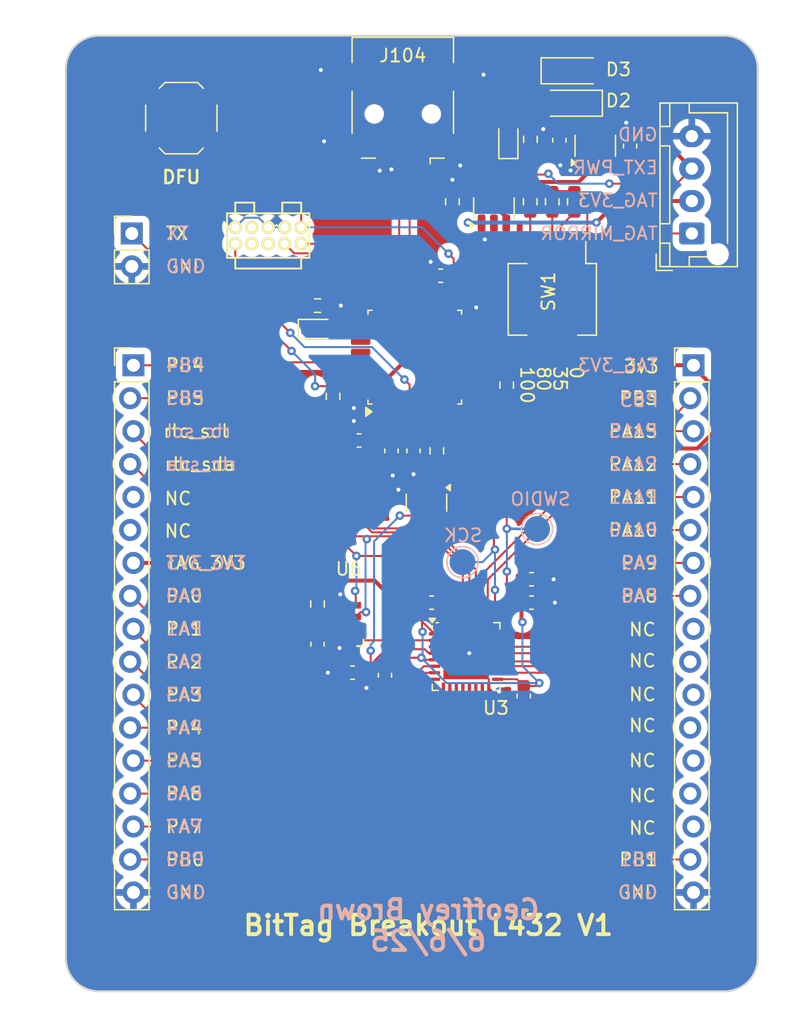
<source format=kicad_pcb>
(kicad_pcb (version 20240108) (generator "pcbnew") (generator_version "8.0")
  (layers (0 "F.Cu" signal) (31 "B.Cu" signal) (34 "B.Paste" user) (35 "F.Paste" user) (36 "B.SilkS" user "B.Silkscreen") (37 "F.SilkS" user "F.Silkscreen") (38 "B.Mask" user) (39 "F.Mask" user) (44 "Edge.Cuts" user))
  (net 0 "")
  (net 1 "+3V3")
  (net 2 "GND")
  (net 3 "TAG_3V3")
  (net 4 "TAG_SWDIO")
  (net 5 "TAG_RESET")
  (net 7 "Net-(D2-K)")
  (net 8 "/USB_DP")
  (net 9 "/USB_DM")
  (net 10 "Net-(D1-K)")
  (net 11 "/NRST")
  (net 12 "TAG_SCK")
  (net 13 "/SWDIO")
  (net 14 "/SCLK")
  (net 15 "EXT_PWR")
  (net 16 "VUSB")
  (net 17 "/stm32/NRST")
  (net 18 "/UART_TX")
  (net 19 "/stm32/PB3")
  (net 20 "/stm32/PB4")
  (net 21 "/stm32/PB5")
  (net 22 "/stm32/PB8")
  (net 23 "/stm32/PB9")
  (net 24 "/stm32/PA0")
  (net 25 "/stm32/PA1")
  (net 26 "/stm32/PA2")
  (net 27 "/stm32/PA3")
  (net 28 "/stm32/PA4")
  (net 29 "/stm32/PA5")
  (net 30 "/stm32/PA6")
  (net 31 "/stm32/PA7")
  (net 32 "/stm32/PB0")
  (net 33 "/stm32/PB1")
  (net 34 "/stm32/PB2")
  (net 35 "/stm32/PB10")
  (net 36 "/stm32/PB11")
  (net 37 "/stm32/PB12")
  (net 38 "/stm32/PB13")
  (net 39 "/stm32/PB14")
  (net 40 "/stm32/PB15")
  (net 41 "/stm32/PA8")
  (net 42 "/stm32/PA9")
  (net 43 "/stm32/PA10")
  (net 44 "/stm32/PA11")
  (net 45 "/stm32/PA12")
  (net 46 "/stm32/PA15")
  (net 47 "/stm32/clkout")
  (net 48 "/stm32/rtc_scl")
  (net 49 "/stm32/rtc_sda")
  (net 50 "Net-(D105-K)")
  (net 51 "/LED_GREEN")
  (net 53 "/boot0")
  (net 56 "PWR_IN_MIRROR")
  (net 57 "PWR_IN")
  (net 58 "Net-(R2-Pad2)")
  (net 59 "Net-(R2-Pad1)")
  (net 60 "Net-(R5-Pad1)")
  (net 61 "Net-(R6-Pad1)")
  (net 62 "/stm32/VBACK")
  (net 63 "Net-(U101-PA0)")
  (net 64 "Net-(U101-PA7)")
  (footprint "library:FTSH-105-01-F-D-K" (layer "F.Cu") (at 117.2 66.2 180)
    (property "Reference" "J102" (hide yes))
    (property "Value" "Conn_02x05_Odd_Even" (hide yes))
  )
  (footprint "library:SW_SPST_TS_1187" (layer "F.Cu") (at 110.5 57.15 180)
    (property "Reference" "U105" (hide yes))
    (property "Value" "Tactile Switch" (hide yes))
  )
  (footprint "Package_TO_SOT_SMD:SOT-23-3" (layer "F.Cu") (at 142.4153 59.28084 90)
    (property "Reference" "U1" (hide yes))
    (property "Value" "XC6206")
  )
  (footprint "Capacitor_SMD:C_0603_1608Metric" (layer "F.Cu") (at 139.64494 58.85498 -90)
    (property "Reference" "C1" (hide yes))
    (property "Value" "1uF" (hide yes))
  )
  (footprint "Capacitor_SMD:C_0603_1608Metric" (layer "F.Cu") (at 126.7 82.8 -90)
    (property "Reference" "C101" (hide yes))
    (property "Value" "0.1uF" (hide yes))
  )
  (footprint "Capacitor_SMD:C_0603_1608Metric" (layer "F.Cu") (at 145.1 59.3 90)
    (property "Reference" "C104" (hide yes))
    (property "Value" "1uF" (hide yes))
  )
  (footprint "Capacitor_SMD:C_0603_1608Metric" (layer "F.Cu") (at 128.4 82.8 -90)
    (property "Reference" "C107" (hide yes))
    (property "Value" "0.1uF")
  )
  (footprint "Resistor_SMD:R_0603_1608Metric" (layer "F.Cu") (at 131.4 63.6 90)
    (property "Reference" "R4" (hide yes))
    (property "Value" "2.2K")
  )
  (footprint "Resistor_SMD:R_0603_1608Metric" (layer "F.Cu") (at 130.2 82.8 90)
    (property "Reference" "R104" (hide yes))
    (property "Value" "2.2K")
  )
  (footprint "Resistor_SMD:R_0603_1608Metric" (layer "F.Cu") (at 122.2 78.6 90)
    (property "Reference" "R105" (hide yes))
    (property "Value" "10K")
  )
  (footprint "Resistor_SMD:R_0603_1608Metric" (layer "F.Cu") (at 135.5844 77.7319 -90)
    (property "Reference" "R106" (hide yes))
    (property "Value" "200")
  )
  (footprint "Resistor_SMD:R_0603_1608Metric" (layer "F.Cu") (at 137.4153 58.78084 90)
    (property "Reference" "R107" (hide yes))
    (property "Value" "620" (hide yes))
  )
  (footprint "Package_TO_SOT_SMD:SOT-23-6" (layer "F.Cu") (at 134.6 64.1 90)
    (property "Reference" "U4" (hide yes))
    (property "Value" "TS5A3159ADBVR")
  )
  (footprint "Capacitor_SMD:C_0603_1608Metric" (layer "F.Cu") (at 129.8 94.5)
    (property "Reference" "C3" (hide yes))
    (property "Value" "0.1uF")
  )
  (footprint "Capacitor_SMD:C_0603_1608Metric" (layer "F.Cu") (at 137.5 94.5)
    (property "Reference" "C4" (hide yes))
    (property "Value" "0.1uF")
  )
  (footprint "Capacitor_SMD:C_0603_1608Metric" (layer "F.Cu") (at 123.7 99.9 180)
    (property "Reference" "C5" (hide yes))
    (property "Value" "0.1uF")
  )
  (footprint "Capacitor_SMD:C_0603_1608Metric" (layer "F.Cu") (at 136.9 101.7 -90)
    (property "Reference" "C6" (hide yes))
    (property "Value" "0.1uF")
  )
  (footprint "Capacitor_SMD:C_0603_1608Metric" (layer "F.Cu") (at 121 97.7 -90)
    (property "Reference" "C7" (hide yes))
    (property "Value" "0.1uF")
  )
  (footprint "Capacitor_SMD:C_0603_1608Metric" (layer "F.Cu") (at 126.2 100.1 -90)
    (property "Reference" "C9" (hide yes))
    (property "Value" "0.1uF")
  )
  (footprint "Connector_PinHeader_2.54mm:PinHeader_1x02_P2.54mm_Vertical" (layer "F.Cu") (at 106.68 66.04)
    (property "Reference" "J2" (hide yes))
    (property "Value" "Conn_01x02_Male")
  )
  (footprint "library:PinHeader_1x17_P2.54mm_Vertical_Staggered" (layer "F.Cu") (at 106.68 76.2)
    (property "Reference" "J3" (hide yes))
    (property "Value" "Conn_01x17")
  )
  (footprint "Package_TO_SOT_SMD:SOT-23" (layer "F.Cu") (at 129.4003 86.7918 -90)
    (property "Reference" "Q1" (hide yes))
    (property "Value" "Q_NPN_BEC")
  )
  (footprint "library:RV-8803-C7" (layer "F.Cu") (at 123.35 96.05 180)
    (property "Reference" "U6")
    (property "Value" "RV-3028-C7")
  )
  (footprint "library:PinHeader_1x17_P2.54mm_Vertical_Staggered" (layer "F.Cu") (at 149.86 76.2)
    (property "Reference" "J4" (hide yes))
    (property "Value" "Conn_01x17")
  )
  (footprint "LED_SMD:LED_0603_1608Metric" (layer "F.Cu") (at 121 73.4)
    (property "Reference" "D1" (hide yes))
    (property "Value" "LED-GREEN")
  )
  (footprint "Resistor_SMD:R_0603_1608Metric" (layer "F.Cu") (at 121 71.6)
    (property "Reference" "R1" (hide yes))
    (property "Value" "620")
  )
  (footprint "Capacitor_SMD:C_0603_1608Metric" (layer "F.Cu") (at 137.5 92.7)
    (property "Reference" "C10" (hide yes))
    (property "Value" "4.7uF")
  )
  (footprint "Connector_JST:JST_XH_B04B-XH-AM_1x04_P2.50mm_Vertical" (layer "F.Cu") (at 149.86 66.04 90)
    (property "Reference" "J1" (hide yes))
    (property "Value" "Conn_01x04_Female" (hide yes))
  )
  (footprint "LED_SMD:LED_0603_1608Metric" (layer "F.Cu") (at 135.7153 58.78084 90)
    (property "Reference" "D105" (hide yes))
    (property "Value" "LED-RED" (hide yes))
  )
  (footprint "Capacitor_SMD:C_0603_1608Metric" (layer "F.Cu") (at 124.2 82 180)
    (property "Reference" "C11" (hide yes))
    (property "Value" "0.1uF")
  )
  (footprint "Package_QFP:LQFP-32_7x7mm_P0.8mm" (layer "F.Cu") (at 128.5 75.575 90)
    (property "Reference" "U101" (hide yes))
    (property "Value" "STM32F042K6Tx")
  )
  (footprint "Capacitor_SMD:C_0603_1608Metric" (layer "F.Cu") (at 130.5 69.3 180)
    (property "Reference" "C2" (hide yes))
    (property "Value" "0.1uF")
  )
  (footprint "Diode_SMD:D_SOD-123" (layer "F.Cu") (at 140.6 53.5)
    (property "Reference" "D3")
    (property "Value" "D_Schottky")
  )
  (footprint "Diode_SMD:D_SOD-123" (layer "F.Cu") (at 140.6 56 180)
    (property "Reference" "D2")
    (property "Value" "D_Schottky")
  )
  (footprint "Resistor_SMD:R_0603_1608Metric" (layer "F.Cu") (at 140.8 63.6 90)
    (property "Reference" "R2" (hide yes))
    (property "Value" "35.7")
  )
  (footprint "Resistor_SMD:R_0603_1608Metric" (layer "F.Cu") (at 139.1 63.6 90)
    (property "Reference" "R5" (hide yes))
    (property "Value" "82")
  )
  (footprint "Button_Switch_SMD:SW_DIP_SPSTx04_Slide_KingTek_DSHP04TS_W7.62mm_P1.27mm" (layer "F.Cu") (at 139.1 71.12 -90)
    (property "Reference" "SW1")
    (property "Value" "SW_DIP_x04")
  )
  (footprint "Resistor_SMD:R_0603_1608Metric" (layer "F.Cu") (at 137.4 63.6 90)
    (property "Reference" "R6" (hide yes))
    (property "Value" "100")
  )
  (footprint "Resistor_SMD:R_0603_1608Metric" (layer "F.Cu") (at 121 94.6 -90)
    (property "Reference" "R3" (hide yes))
    (property "Value" "10K")
  )
  (footprint "Connector_USB:USB_Mini-B_Lumberg_2486_01_Horizontal" (layer "F.Cu") (at 127.575 56.825 180)
    (property "Reference" "J104")
    (property "Value" "USB_B_Mini")
  )
  (footprint "Package_DFN_QFN:UFQFPN-32-1EP_5x5mm_P0.5mm_EP3.5x3.5mm" (layer "F.Cu") (at 132.455 98.655)
    (property "Reference" "U3")
    (property "Value" "stm32l432")
  )
  (footprint "TestPoint:TestPoint_Pad_D2.0mm" (layer "B.Cu") (at 132.175 91.375 180)
    (property "Reference" "TP2" (hide yes))
    (property "Value" "SCK")
  )
  (footprint "TestPoint:TestPoint_Pad_D2.0mm" (layer "B.Cu") (at 137.925 88.825 180)
    (property "Reference" "TP1" (hide yes))
    (property "Value" "SWDIO")
  )
  (gr_line (start 137.925 88.825) (end 135.6 88.8) (stroke (width 0.2)) (layer "B.Cu") (net 4))
  (gr_line (start 152.4 124.46) (end 104.14 124.46) (stroke (width 0.15)) (layer "Edge.Cuts"))
  (gr_line (start 101.6 53.34) (end 101.6 121.92) (stroke (width 0.15)) (layer "Edge.Cuts"))
  (gr_line (start 152.4 50.8) (end 104.14 50.8) (stroke (width 0.15)) (layer "Edge.Cuts"))
  (gr_arc (start 152.4 50.8) (mid 154.196051 51.543949) (end 154.94 53.34) (stroke (width 0.15)) (layer "Edge.Cuts"))
  (gr_arc (start 101.6 53.34) (mid 102.343949 51.543949) (end 104.14 50.8) (stroke (width 0.15)) (layer "Edge.Cuts"))
  (gr_arc (start 154.94 121.92) (mid 154.196051 123.716051) (end 152.4 124.46) (stroke (width 0.15)) (layer "Edge.Cuts"))
  (gr_arc (start 104.14 124.46) (mid 102.343949 123.716051) (end 101.6 121.92) (stroke (width 0.15)) (layer "Edge.Cuts"))
  (gr_line (start 154.94 53.34) (end 154.94 121.92) (stroke (width 0.15)) (layer "Edge.Cuts"))
  (gr_text "Geoffrey Brown\n6/6/25" (at 129.54 119.38 0) (layer "B.SilkS") (effects (font (size 1.5 1.5) (thickness 0.3)) (justify mirror)))
  (gr_text "PA7" (at 109.22 111.76 0) (layer "B.SilkS") (effects (font (size 1 1)) (justify right mirror)))
  (gr_text "PA0" (at 109.22 93.98 0) (layer "B.SilkS") (effects (font (size 1 1)) (justify right mirror)))
  (gr_text "PA1" (at 109.22 96.52 0) (layer "B.SilkS") (effects (font (size 1 1)) (justify right mirror)))
  (gr_text "PA4" (at 109.22 104.14 0) (layer "B.SilkS") (effects (font (size 1 1)) (justify right mirror)))
  (gr_text "PA3" (at 109.22 101.6 0) (layer "B.SilkS") (effects (font (size 1 1)) (justify right mirror)))
  (gr_text "PB5" (at 109.22 78.74 0) (layer "B.SilkS") (effects (font (size 1 1)) (justify right mirror)))
  (gr_text "PB4" (at 109.22 76.2 0) (layer "B.SilkS") (effects (font (size 1 1)) (justify right mirror)))
  (gr_text "PB0" (at 109.22 114.3 0) (layer "B.SilkS") (effects (font (size 1 1)) (justify right mirror)))
  (gr_text "PA2" (at 109.22 99.06 0) (layer "B.SilkS") (effects (font (size 1 1)) (justify right mirror)))
  (gr_text "PA5" (at 109.22 106.68 0) (layer "B.SilkS") (effects (font (size 1 1)) (justify right mirror)))
  (gr_text "PB1" (at 147.32 114.3 0) (layer "B.SilkS") (effects (font (size 1 1)) (justify left mirror)))
  (gr_text "GND" (at 109.22 116.84 0) (layer "B.SilkS") (effects (font (size 1 1)) (justify right mirror)))
  (gr_text "PA6" (at 109.22 109.22 0) (layer "B.SilkS") (effects (font (size 1 1)) (justify right mirror)))
  (gr_text "PA8" (at 147.32 93.98 0) (layer "B.SilkS") (effects (font (size 1 1)) (justify left mirror)))
  (gr_text "PA9" (at 147.32 91.44 0) (layer "B.SilkS") (effects (font (size 1 1)) (justify left mirror)))
  (gr_text "PA11" (at 147.32 86.36 0) (layer "B.SilkS") (effects (font (size 1 1)) (justify left mirror)))
  (gr_text "PA10" (at 147.32 88.9 0) (layer "B.SilkS") (effects (font (size 1 1)) (justify left mirror)))
  (gr_text "PA15" (at 147.32 81.28 0) (layer "B.SilkS") (effects (font (size 1 1)) (justify left mirror)))
  (gr_text "GND" (at 147.32 116.84 0) (layer "B.SilkS") (effects (font (size 1 1)) (justify left mirror)))
  (gr_text "TAG_3V3" (at 115.57 91.44 0) (layer "B.SilkS") (effects (font (size 1 1)) (justify left mirror)))
  (gr_text "TAG_3V3" (at 147.32 76.2 0) (layer "B.SilkS") (effects (font (size 1 1)) (justify left mirror)))
  (gr_text "PA12" (at 147.32 83.82 0) (layer "B.SilkS") (effects (font (size 1 1)) (justify left mirror)))
  (gr_text "TX" (at 111.165714 66.04 0) (layer "B.SilkS") (effects (font (size 1 1)) (justify left mirror)))
  (gr_text "GND" (at 109.22 68.58 0) (layer "B.SilkS") (effects (font (size 1 1)) (justify right mirror)))
  (gr_text "rtc_scl" (at 109.22 81.28 0) (layer "B.SilkS") (effects (font (size 1 1)) (justify right mirror)))
  (gr_text "TAG_MIRROR" (at 147.32 66.04 0) (layer "B.SilkS") (effects (font (size 1 1)) (justify left mirror)))
  (gr_text "PB3" (at 144.23644 78.89748 0) (layer "B.SilkS") (effects (font (size 1 1)) (justify right mirror)))
  (gr_text "rtc_sda" (at 109.22 83.82 0) (layer "B.SilkS") (effects (font (size 1 1)) (justify right mirror)))
  (gr_text "GND" (at 147.32 58.42 0) (layer "B.SilkS") (effects (font (size 1 1)) (justify left mirror)))
  (gr_text "SWDIO" (at 140.6 87.1 0) (layer "B.SilkS") (effects (font (size 1 1)) (justify left bottom mirror)))
  (gr_text "TAG_3V3" (at 147.32 63.5 0) (layer "B.SilkS") (effects (font (size 1 1)) (justify left mirror)))
  (gr_text "EXT_PWR" (at 147.32 60.96 0) (layer "B.SilkS") (effects (font (size 1 1)) (justify left mirror)))
  (gr_text "SCK" (at 133.8 89.9 0) (layer "B.SilkS") (effects (font (size 1 1)) (justify left bottom mirror)))
  (gr_text "DFU" (at 110.5 61.7 0) (layer "F.SilkS") (effects (font (size 1 1) (thickness 0.2))))
  (gr_text "PB1" (at 147.32 114.3 0) (layer "F.SilkS") (effects (font (size 1 1)) (justify right)))
  (gr_text "TAG_3V3" (at 115.57 91.44 0) (layer "F.SilkS") (effects (font (size 1 1)) (justify right)))
  (gr_text "GND" (at 147.32 116.84 0) (layer "F.SilkS") (effects (font (size 1 1)) (justify right)))
  (gr_text "GND" (at 109.22 116.84 0) (layer "F.SilkS") (effects (font (size 1 1)) (justify left)))
  (gr_text "rtc_scl" (at 109.02 81.28 0) (layer "F.SilkS") (effects (font (size 1 1)) (justify left)))
  (gr_text "NC" (at 109.12 88.98 -0) (layer "F.SilkS") (effects (font (size 1 1)) (justify left)))
  (gr_text "PA8" (at 147.32 93.98 0) (layer "F.SilkS") (effects (font (size 1 1)) (justify right)))
  (gr_text "PA12" (at 147.32 83.82 0) (layer "F.SilkS") (effects (font (size 1 1)) (justify right)))
  (gr_text "TX" (at 109.22 66.04 0) (layer "F.SilkS") (effects (font (size 1 1)) (justify left)))
  (gr_text "35" (at 139.7 76.2 270) (layer "F.SilkS") (effects (font (size 1 1)) (justify left)))
  (gr_text "NC" (at 144.92 101.58 -0) (layer "F.SilkS") (effects (font (size 1 1)) (justify left)))
  (gr_text "NC" (at 109.12 86.48 -0) (layer "F.SilkS") (effects (font (size 1 1)) (justify left)))
  (gr_text "PA7" (at 109.22 111.76 0) (layer "F.SilkS") (effects (font (size 1 1)) (justify left)))
  (gr_text "rtc_sda" (at 109.12 83.82 0) (layer "F.SilkS") (effects (font (size 1 1)) (justify left)))
  (gr_text "PB4" (at 109.22 76.2 0) (layer "F.SilkS") (effects (font (size 1 1)) (justify left)))
  (gr_text "PA9" (at 147.32 91.44 0) (layer "F.SilkS") (effects (font (size 1 1)) (justify right)))
  (gr_text "0" (at 140.97 76.2 270) (layer "F.SilkS") (effects (font (size 1 1)) (justify left)))
  (gr_text "PB3" (at 147.32 78.74 0) (layer "F.SilkS") (effects (font (size 1 1)) (justify right)))
  (gr_text "NC" (at 144.92 111.88 -0) (layer "F.SilkS") (effects (font (size 1 1)) (justify left)))
  (gr_text "PA3" (at 109.22 101.6 0) (layer "F.SilkS") (effects (font (size 1 1)) (justify left)))
  (gr_text "PA15" (at 147.32 81.28 0) (layer "F.SilkS") (effects (font (size 1 1)) (justify right)))
  (gr_text "PA5" (at 109.22 106.68 0) (layer "F.SilkS") (effects (font (size 1 1)) (justify left)))
  (gr_text "NC" (at 144.92 96.58 -0) (layer "F.SilkS") (effects (font (size 1 1)) (justify left)))
  (gr_text "PA11" (at 147.32 86.36 0) (layer "F.SilkS") (effects (font (size 1 1)) (justify right)))
  (gr_text "PA4" (at 109.22 104.14 0) (layer "F.SilkS") (effects (font (size 1 1)) (justify left)))
  (gr_text "PA10" (at 147.32 88.9 0) (layer "F.SilkS") (effects (font (size 1 1)) (justify right)))
  (gr_text "3v3" (at 147.4 76.3 0) (layer "F.SilkS") (effects (font (size 1 1)) (justify right)))
  (gr_text "PA1" (at 109.22 96.52 0) (layer "F.SilkS") (effects (font (size 1 1)) (justify left)))
  (gr_text "BitTag Breakout L432 V1" (at 129.54 119.38 0) (layer "F.SilkS") (effects (font (size 1.5 1.5) (thickness 0.3))))
  (gr_text "NC" (at 144.92 106.68 -0) (layer "F.SilkS") (effects (font (size 1 1)) (justify left)))
  (gr_text "PB0" (at 109.22 114.3 0) (layer "F.SilkS") (effects (font (size 1 1)) (justify left)))
  (gr_text "PA6" (at 109.22 109.22 0) (layer "F.SilkS") (effects (font (size 1 1)) (justify left)))
  (gr_text "PB5" (at 109.22 78.74 0) (layer "F.SilkS") (effects (font (size 1 1)) (justify left)))
  (gr_text "100" (at 137.16 76.2 270) (layer "F.SilkS") (effects (font (size 1 1)) (justify left)))
  (gr_text "NC" (at 144.92 109.38 -0) (layer "F.SilkS") (effects (font (size 1 1)) (justify left)))
  (gr_text "NC" (at 144.92 98.98 -0) (layer "F.SilkS") (effects (font (size 1 1)) (justify left)))
  (gr_text "PA0" (at 109.22 93.98 0) (layer "F.SilkS") (effects (font (size 1 1)) (justify left)))
  (gr_text "NC" (at 144.92 103.98 -0) (layer "F.SilkS") (effects (font (size 1 1)) (justify left)))
  (gr_text "80" (at 138.43 76.2 270) (layer "F.SilkS") (effects (font (size 1 1)) (justify left)))
  (gr_text "PA2" (at 109.22 99.06 0) (layer "F.SilkS") (effects (font (size 1 1)) (justify left)))
  (gr_text "GND" (at 109.22 68.58 0) (layer "F.SilkS") (effects (font (size 1 1)) (justify left)))
  (segment (start 131.1 67.6) (end 131.5 68) (width 0.1524) (layer "F.Cu") (net 1))
  (segment (start 135.55 65.2) (end 135.55 66.0348) (width 0.3048) (layer "F.Cu") (net 1))
  (segment (start 125.7 79.75) (end 125.7 81.275) (width 0.1524) (layer "F.Cu") (net 1))
  (segment (start 143.6 60.0875) (end 143.1125 60.0875) (width 0.3048) (layer "F.Cu") (net 1))
  (segment (start 131.325 71.375) (end 131.3 71.4) (width 0.3048) (layer "F.Cu") (net 1))
  (segment (start 132.2848 69.3) (end 131.275 69.3) (width 0.3048) (layer "F.Cu") (net 1))
  (segment (start 135.55 64.7848) (end 135.55 65.2) (width 0.3048) (layer "F.Cu") (net 1))
  (segment (start 143.6 60.0875) (end 143.27196 60.0875) (width 0.3048) (layer "F.Cu") (net 1))
  (segment (start 134.6 63.8348) (end 135.55 64.7848) (width 0.3048) (layer "F.Cu") (net 1))
  (segment (start 131.3 71.4) (end 131.3 72.3) (width 0.3048) (layer "F.Cu") (net 1))
  (segment (start 128.9 74.7) (end 131.3 72.3) (width 0.3048) (layer "F.Cu") (net 1))
  (segment (start 145.1 60.0875) (end 143.6 60.0875) (width 0.3048) (layer "F.Cu") (net 1))
  (segment (start 125.7 77.9) (end 125.7 79.75) (width 0.3048) (layer "F.Cu") (net 1))
  (segment (start 134.6 63) (end 134.6 63.8348) (width 0.3048) (layer "F.Cu") (net 1))
  (segment (start 141.1298 62.0702) (end 135.967542 62.0702) (width 0.3048) (layer "F.Cu") (net 1))
  (segment (start 128.9 79.75) (end 128.9 74.7) (width 0.3048) (layer "F.Cu") (net 1))
  (segment (start 131.5 69.8) (end 131.3 70) (width 0.3048) (layer "F.Cu") (net 1))
  (segment (start 125.7 81.275) (end 124.975 82) (width 0.1524) (layer "F.Cu") (net 1))
  (segment (start 135.797342 61.9) (end 135.000001 61.9) (width 0.3048) (layer "F.Cu") (net 1))
  (segment (start 135.000001 61.9) (end 134.6 62.300001) (width 0.3048) (layer "F.Cu") (net 1))
  (segment (start 131.325 69.3) (end 131.325 71.375) (width 0.3048) (layer "F.Cu") (net 1))
  (segment (start 119.74 65.565) (end 119.74 61.515) (width 0.1524) (layer "F.Cu") (net 1))
  (segment (start 131.3 70) (end 131.3 71.4) (width 0.3048) (layer "F.Cu") (net 1))
  (segment (start 134.6 62.300001) (end 134.6 62.9625) (width 0.3048) (layer "F.Cu") (net 1))
  (segment (start 107.5 55.275) (end 113.5 55.275) (width 0.1524) (layer "F.Cu") (net 1))
  (segment (start 143.1125 60.0875) (end 141.1298 62.0702) (width 0.3048) (layer "F.Cu") (net 1))
  (segment (start 131.3 72.3) (end 125.7 77.9) (width 0.3048) (layer "F.Cu") (net 1))
  (segment (start 135.55 66.0348) (end 132.2848 69.3) (width 0.3048) (layer "F.Cu") (net 1))
  (segment (start 128.9 81.5125) (end 128.4 82.0125) (width 0.1524) (layer "F.Cu") (net 1))
  (segment (start 119.74 61.515) (end 113.5 55.275) (width 0.1524) (layer "F.Cu") (net 1))
  (segment (start 135.967542 62.0702) (end 135.797342 61.9) (width 0.3048) (layer "F.Cu") (net 1))
  (segment (start 128.9 79.75) (end 128.9 81.5125) (width 0.1524) (layer "F.Cu") (net 1))
  (segment (start 131.5 68) (end 131.5 68.6) (width 0.1524) (layer "F.Cu") (net 1))
  (segment (start 131.5 68.6) (end 131.5 69.8) (width 0.3048) (layer "F.Cu") (net 1))
  (segment (start 143.27196 60.0875) (end 143.2653 60.08084) (width 0.3048) (layer "F.Cu") (net 1))
  (via (at 131.1 67.6) (size 0.6604) (drill 0.3048) (layers "F.Cu" "B.Cu") (net 1))
  (segment (start 129.065 65.565) (end 131.1 67.6) (width 0.1524) (layer "B.Cu") (net 1))
  (segment (start 119.74 65.565) (end 129.065 65.565) (width 0.1524) (layer "B.Cu") (net 1))
  (segment (start 121 98.475) (end 122.225 98.475) (width 0.1524) (layer "F.Cu") (net 2))
  (segment (start 123.185 58.9356) (end 121.50596 58.9356) (width 0.1524) (layer "F.Cu") (net 2))
  (segment (start 137.4153 57.99334) (end 138.4028 57.99334) (width 0.1524) (layer "F.Cu") (net 2))
  (segment (start 134.6 66.1) (end 134.2 66.5) (width 0.1524) (layer "F.Cu") (net 2))
  (segment (start 123.185 53.4356) (end 121.25614 53.4356) (width 0.1524) (layer "F.Cu") (net 2))
  (segment (start 133.6 53.8) (end 133.8 53.8) (width 0.1524) (layer "F.Cu") (net 2))
  (segment (start 122.66619 93.775) (end 122.75 93.85881) (width 0.1524) (layer "F.Cu") (net 2))
  (segment (start 122.75 94.7) (end 122.75 93.85881) (width 0.1524) (layer "F.Cu") (net 2))
  (segment (start 131.205 96.2175) (end 131.205 97.405) (width 0.1524) (layer "F.Cu") (net 2))
  (segment (start 124.775 101.075) (end 126 101.075) (width 0.1524) (layer "F.Cu") (net 2))
  (segment (start 132.085 60.715) (end 132 60.8) (width 0.1524) (layer "F.Cu") (net 2))
  (segment (start 128.4503 84.6503) (end 128.4 84.6) (width 0.1524) (layer "F.Cu") (net 2))
  (segment (start 134.205 101.0925) (end 134.205 100.405) (width 0.1524) (layer "F.Cu") (net 2))
  (segment (start 126.835 60.965) (end 126.7 61.1) (width 0.1524) (layer "F.Cu") (net 2))
  (segment (start 132.675 72.303) (end 133.2357 71.7423) (width 0.1524) (layer "F.Cu") (net 2))
  (segment (start 122.2 79.3875) (end 123.6875 79.3875) (width 0.1524) (layer "F.Cu") (net 2))
  (segment (start 122.75 97.95) (end 122.7 98) (width 0.1524) (layer "F.Cu") (net 2))
  (segment (start 130.705 96.905) (end 132.455 98.655) (width 0.1524) (layer "F.Cu") (net 2))
  (segment (start 126.835 59.0356) (end 126.835 60.965) (width 0.1524) (layer "F.Cu") (net 2))
  (segment (start 145.1 57.8) (end 144.8 57.5) (width 0.3048) (layer "F.Cu") (net 2))
  (segment (start 131.205 97.405) (end 132.455 98.655) (width 0.1524) (layer "F.Cu") (net 2))
  (segment (start 134.205 101.0925) (end 134.4689 101.3564) (width 0.1524) (layer "F.Cu") (net 2))
  (segment (start 134.6 65.2) (end 134.6 66.1) (width 0.1524) (layer "F.Cu") (net 2))
  (segment (start 126 101.075) (end 126.2 100.875) (width 0.1524) (layer "F.Cu") (net 2))
  (segment (start 126.7 84.7) (end 126.8 84.7) (width 0.1524) (layer "F.Cu") (net 2))
  (segment (start 134.4689 101.3564) (end 135 101.3564) (width 0.1524) (layer "F.Cu") (net 2))
  (segment (start 128.4 83.5875) (end 128.4 84.6) (width 0.1524) (layer "F.Cu") (net 2))
  (segment (start 134.2 66.5) (end 133.9 66.5) (width 0.1524) (layer "F.Cu") (net 2))
  (segment (start 128.4503 85.7918) (end 127.238 85.7918) (width 0.1524) (layer "F.Cu") (net 2))
  (segment (start 134.205 100.405) (end 132.455 98.655) (width 0.1524) (layer "F.Cu") (net 2))
  (segment (start 123.425 80.875) (end 123.8 80.5) (width 0.1524) (layer "F.Cu") (net 2))
  (segment (start 121 93.775) (end 122.66619 93.775) (width 0.1524) (layer "F.Cu") (net 2))
  (segment (start 145.1 58.5125) (end 145.1 57.8) (width 0.3048) (layer "F.Cu") (net 2))
  (segment (start 123.6875 79.3875) (end 123.8 79.5) (width 0.1524) (layer "F.Cu") (net 2))
  (segment (start 122.925 99.9) (end 121.8 99.9) (width 0.1524) (layer "F.Cu") (net 2))
  (segment (start 141.3653 60.33084) (end 140.5153 61.18084) (width 0.3048) (layer "F.Cu") (net 2))
  (segment (start 123.285 59.0356) (end 123.185 58.9356) (width 0.1524) (layer "F.Cu") (net 2))
  (segment (start 130.705 94.63) (end 130.575 94.5) (width 0.1524) (layer "F.Cu") (net 2))
  (segment (start 129.725 69.3) (end 129.725 68.225) (width 0.1524) (layer "F.Cu") (net 2))
  (segment (start 131.205 95.13) (end 130.575 94.5) (width 0.1524) (layer "F.Cu") (net 2))
  (segment (start 131.4 62.8125) (end 131.4 61.9) (width 0.1524) (layer "F.Cu") (net 2))
  (segment (start 132.675 72.775) (end 132.675 72.303) (width 0.1524) (layer "F.Cu") (net 2))
  (segment (start 122.225 98.475) (end 122.7 98) (width 0.1524) (layer "F.Cu") (net 2))
  (segment (start 138.275 92.7) (end 139.2 92.7) (width 0.3048) (layer "F.Cu") (net 2))
  (segment (start 139.7153 59.66834) (end 139.7153 60.58084) (width 0.1524) (layer "F.Cu") (net 2))
  (segment (start 128.4503 85.7918) (end 128.4503 84.6503) (width 0.1524) (layer "F.Cu") (net 2))
  (segment (start 131.205 96.2175) (end 131.205 95.13) (width 0.1524) (layer "F.Cu") (net 2))
  (segment (start 124.325 78.975) (end 123.8 79.5) (width 0.1524) (layer "F.Cu") (net 2))
  (segment (start 130.705 96.2175) (end 130.705 96.905) (width 0.1524) (layer "F.Cu") (net 2))
  (segment (start 132.455 98.645) (end 132.7 98.4) (width 0.1524) (layer "F.Cu") (net 2))
  (segment (start 130.705 96.2175) (end 130.705 94.63) (width 0.1524) (layer "F.Cu") (net 2))
  (segment (start 132.085 58.9356) (end 132.085 60.715) (width 0.1524) (layer "F.Cu") (net 2))
  (segment (start 126.035 59.0356) (end 126.035 60.965) (width 0.1524) (layer "F.Cu") (net 2))
  (segment (start 126.035 60.965) (end 125.8 61.2) (width 0.1524) (layer "F.Cu") (net 2))
  (segment (start 126.835 59.0356) (end 126.035 59.0356) (width 0.1524) (layer "F.Cu") (net 2))
  (segment (start 139.7153 60.58084) (end 139.7153 60.78084) (width 0.1524) (layer "F.Cu") (net 2))
  (segment (start 132.085 53.4356) (end 133.2356 53.4356) (width 0.1524) (layer "F.Cu") (net 2))
  (segment (start 135.5875 102.475) (end 136.9 102.475) (width 0.1524) (layer "F.Cu") (net 2))
  (segment (start 141.3653 60.08084) (end 141.3653 60.33084) (width 0.3048) (layer "F.Cu") (net 2))
  (segment (start 138.275 94.5) (end 139.3 94.5) (width 0.3048) (layer "F.Cu") (net 2))
  (segment (start 132.455 98.655) (end 132.455 98.645) (width 0.1524) (layer "F.Cu") (net 2))
  (segment (start 123.425 82) (end 123.425 80.875) (width 0.1524) (layer "F.Cu") (net 2))
  (segment (start 122.75 97.4) (end 122.75 97.95) (width 0.1524) (layer "F.Cu") (net 2))
  (segment (start 133.2356 53.4356) (end 133.6 53.8) (width 0.1524) (layer "F.Cu") (net 2))
  (segment (start 126.7 83.5875) (end 126.7 84.7) (width 0.1524) (layer "F.Cu") (net 2))
  (segment (start 124.325 78.375) (end 124.325 78.975) (width 0.1524) (layer "F.Cu") (net 2))
  (segment (start 121.825 71.6) (end 122.8 71.6) (width 0.1524) (layer "F.Cu") (net 2))
  (segment (start 134.205 101.0925) (end 135.5875 102.475) (width 0.1524) (layer "F.Cu") (net 2))
  (via (at 121.8 99.9) (size 0.6604) (drill 0.3048) (layers "F.Cu" "B.Cu") (net 2))
  (via (at 139.7153 60.78084) (size 0.6604) (drill 0.3048) (layers "F.Cu" "B.Cu") (net 2))
  (via (at 122.7 98) (size 0.6604) (drill 0.3048) (layers "F.Cu" "B.Cu") (net 2))
  (via (at 126.8 84.7) (size 0.6604) (drill 0.3048) (layers "F.Cu" "B.Cu") (net 2))
  (via (at 133.8 53.8) (size 0.6604) (drill 0.3048) (layers "F.Cu" "B.Cu") (net 2))
  (via (at 125.8 61.2) (size 0.6604) (drill 0.3048) (layers "F.Cu" "B.Cu") (net 2))
  (via (at 139.3 94.5) (size 0.6604) (drill 0.3048) (layers "F.Cu" "B.Cu") (net 2))
  (via (at 126.7 61.1) (size 0.6604) (drill 0.3048) (layers "F.Cu" "B.Cu") (net 2))
  (via (at 122.8 71.6) (size 0.6604) (drill 0.3048) (layers "F.Cu" "B.Cu") (net 2))
  (via (at 131.4 61.9) (size 0.6604) (drill 0.3048) (layers "F.Cu" "B.Cu") (net 2))
  (via (at 122.75 93.85881) (size 0.6604) (drill 0.3048) (layers "F.Cu" "B.Cu") (net 2))
  (via (at 123.8 80.5) (size 0.6604) (drill 0.3048) (layers "F.Cu" "B.Cu") (net 2))
  (via (at 121.50596 58.9356) (size 0.6604) (drill 0.3048) (layers "F.Cu" "B.Cu") (net 2))
  (via (at 138.4028 57.99334) (size 0.6604) (drill 0.3048) (layers "F.Cu" "B.Cu") (net 2))
  (via (at 129.725 68.225) (size 0.6604) (drill 0.3048) (layers "F.Cu" "B.Cu") (net 2))
  (via (at 139.2 92.7) (size 0.6604) (drill 0.3048) (layers "F.Cu" "B.Cu") (net 2))
  (via (at 133.9 66.5) (size 0.6604) (drill 0.3048) (layers "F.Cu" "B.Cu") (net 2))
  (via (at 132.7 98.4) (size 0.6604) (drill 0.3048) (layers "F.Cu" "B.Cu") (net 2))
  (via (at 135 101.3564) (size 0.6604) (drill 0.3048) (layers "F.Cu" "B.Cu") (net 2))
  (via (at 132 60.8) (size 0.6604) (drill 0.3048) (layers "F.Cu" "B.Cu") (net 2))
  (via (at 123.8 79.5) (size 0.6604) (drill 0.3048) (layers "F.Cu" "B.Cu") (net 2))
  (via (at 127.238 85.7918) (size 0.6604) (drill 0.3048) (layers "F.Cu" "B.Cu") (net 2))
  (via (at 121.25614 53.4356) (size 0.6604) (drill 0.3048) (layers "F.Cu" "B.Cu") (net 2))
  (via (at 133.2357 71.7423) (size 0.6604) (drill 0.3048) (layers "F.Cu" "B.Cu") (net 2))
  (via (at 124.775 101.075) (size 0.6604) (drill 0.3048) (layers "F.Cu" "B.Cu") (net 2))
  (via (at 128.4 84.6) (size 0.6604) (drill 0.3048) (layers "F.Cu" "B.Cu") (net 2))
  (via (at 144.8 57.5) (size 0.6604) (drill 0.3048) (layers "F.Cu" "B.Cu") (net 2))
  (via (at 140.5153 61.18084) (size 0.6604) (drill 0.3048) (layers "F.Cu" "B.Cu") (net 2))
  (segment (start 115.396601 64.828399) (end 114.66 65.565) (width 0.1524) (layer "B.Cu") (net 2))
  (segment (start 117.2 65.565) (end 116.463399 64.828399) (width 0.1524) (layer "B.Cu") (net 2))
  (segment (start 116.463399 64.828399) (end 115.396601 64.828399) (width 0.1524) (layer "B.Cu") (net 2))
  (segment (start 117.2 65.565) (end 118.47 65.565) (width 0.1524) (layer "B.Cu") (net 2))
  (segment (start 122.75 96.5) (end 121.425 96.5) (width 0.1524) (layer "F.Cu") (net 3))
  (segment (start 151.5 77.84) (end 149.86 76.2) (width 0.3048) (layer "F.Cu") (net 3))
  (segment (start 129.05625 95.94375) (end 129.05625 96.70485) (width 0.1524) (layer "F.Cu") (net 3))
  (segment (start 137.875 100.925) (end 138.1 100.7) (width 0.1524) (layer "F.Cu") (net 3))
  (segment (start 115.8 92.8) (end 118.8 92.8) (width 0.3048) (layer "F.Cu") (net 3))
  (segment (start 125.4 92.8) (end 127.1 94.5) (width 0.3048) (layer "F.Cu") (net 3))
  (segment (start 129.1614 98.905) (end 129.005 98.7486) (width 0.1524) (layer "F.Cu") (net 3))
  (segment (start 143.51 74.93) (end 142.24 74.93) (width 0.3048) (layer "F.Cu") (net 3))
  (segment (start 136.730894 92.7) (end 137.815447 91.615447) (width 0.3048) (layer "F.Cu") (net 3))
  (segment (start 127.1 94.5) (end 129.025 94.5) (width 0.3048) (layer "F.Cu") (net 3))
  (segment (start 136.725 92.7) (end 136.730894 92.7) (width 0.3048) (layer "F.Cu") (net 3))
  (segment (start 146.815447 82.615447) (end 150.284687 82.615447) (width 0.3048) (layer "F.Cu") (net 3))
  (segment (start 151.5 81.400134) (end 151.5 77.84) (width 0.3048) (layer "F.Cu") (net 3))
  (segment (start 118.8 92.8) (end 118.8 94.725) (width 0.3048) (layer "F.Cu") (net 3))
  (segment (start 139.735 74.93) (end 141.005 74.93) (width 0.3048) (layer "F.Cu") (net 3))
  (segment (start 136.725 94.5) (end 136.725 92.705894) (width 0.3048) (layer "F.Cu") (net 3))
  (segment (start 126.7514 98.7486) (end 129.005 98.7486) (width 0.1524) (layer "F.Cu") (net 3))
  (segment (start 130.0175 98.905) (end 129.1614 98.905) (width 0.1524) (layer "F.Cu") (net 3))
  (segment (start 141.005 74.93) (end 142.24 74.93) (width 0.3048) (layer "F.Cu") (net 3))
  (segment (start 136.725 95.925) (end 136.8 96) (width 0.3048) (layer "F.Cu") (net 3))
  (segment (start 143.51 74.93) (end 144.78 76.2) (width 0.3048) (layer "F.Cu") (net 3))
  (segment (start 138.465 74.93) (end 139.735 74.93) (width 0.3048) (layer "F.Cu") (net 3))
  (segment (start 106.68 91.44) (end 114.44 91.44) (width 0.3048) (layer "F.Cu") (net 3))
  (segment (start 121.425 96.5) (end 121 96.925) (width 0.1524) (layer "F.Cu") (net 3))
  (segment (start 129 98.9) (end 129 98.7536) (width 0.1524) (layer "F.Cu") (net 3))
  (segment (start 129.025 94.5) (end 129.025 95.9125) (width 0.1524) (layer "F.Cu") (net 3))
  (segment (start 118.8 94.725) (end 121 96.925) (width 0.3048) (layer "F.Cu") (net 3))
  (segment (start 136.9 100.925) (end 137.875 100.925) (width 0.1524) (layer "F.Cu") (net 3))
  (segment (start 129.025 95.9125) (end 130.0175 96.905) (width 0.1524) (layer "F.Cu") (net 3))
  (segment (start 126.7764 98.7486) (end 126.2 99.325) (width 0.1524) (layer "F.Cu") (net 3))
  (segment (start 144.78 76.2) (end 149.987 76.2) (width 0.3048) (layer "F.Cu") (net 3))
  (segment (start 129 98.7536) (end 129.005 98.7486) (width 0.1524) (layer "F.Cu") (net 3))
  (segment (start 114.44 91.44) (end 115.8 92.8) (width 0.3048) (layer "F.Cu") (net 3))
  (segment (start 136.725 94.5) (end 136.6 94.5) (width 0.3048) (layer "F.Cu") (net 3))
  (segment (start 137.195 74.93) (end 138.465 74.93) (width 0.3048) (layer "F.Cu") (net 3))
  (segment (start 134.8925 100.405) (end 136.38 100.405) (width 0.1524) (layer "F.Cu") (net 3))
  (segment (start 129.025 95.9125) (end 129.05625 95.94375) (width 0.1524) (layer "F.Cu") (net 3))
  (segment (start 136.725 94.5) (end 136.725 95.925) (width 0.3048) (layer "F.Cu") (net 3))
  (segment (start 118.8 92.8) (end 125.4 92.8) (width 0.3048) (layer "F.Cu") (net 3))
  (segment (start 129.005 98.7486) (end 126.7764 98.7486) (width 0.1524) (layer "F.Cu") (net 3))
  (segment (start 137.815447 91.615447) (end 146.815447 82.615447) (width 0.3048) (layer "F.Cu") (net 3))
  (segment (start 136.725 92.705894) (end 137.815447 91.615447) (width 0.3048) (layer "F.Cu") (net 3))
  (segment (start 129.05625 96.70485) (end 129.1 96.7486) (width 0.1524) (layer "F.Cu") (net 3))
  (segment (start 136.38 100.405) (end 136.9 100.925) (width 0.1524) (layer "F.Cu") (net 3))
  (segment (start 150.284687 82.615447) (end 151.5 81.400134) (width 0.3048) (layer "F.Cu") (net 3))
  (via (at 129.005 98.7486) (size 0.6604) (drill 0.3048) (layers "F.Cu" "B.Cu") (net 3))
  (via (at 138.1 100.7) (size 0.6604) (drill 0.3048) (layers "F.Cu" "B.Cu") (net 3))
  (via (at 129.1 96.7486) (size 0.6604) (drill 0.3048) (layers "F.Cu" "B.Cu") (net 3))
  (via (at 136.8 96) (size 0.6604) (drill 0.3048) (layers "F.Cu" "B.Cu") (net 3))
  (segment (start 129.1 98.6536) (end 129.005 98.7486) (width 0.1524) (layer "B.Cu") (net 3))
  (segment (start 129.005 98.7486) (end 130.9564 100.7) (width 0.1524) (layer "B.Cu") (net 3))
  (segment (start 136.8 99.4) (end 136.8 96) (width 0.1524) (layer "B.Cu") (net 3))
  (segment (start 130.9564 100.7) (end 138.1 100.7) (width 0.1524) (layer "B.Cu") (net 3))
  (segment (start 129.1 96.7486) (end 129.1 98.6536) (width 0.1524) (layer "B.Cu") (net 3))
  (segment (start 138.1 100.7) (end 136.8 99.4) (width 0.1524) (layer "B.Cu") (net 3))
  (segment (start 135.329999 97.405) (end 135.6 97.134999) (width 0.1524) (layer "F.Cu") (net 4))
  (segment (start 135.5844 78.5569) (end 135.5844 88.7844) (width 0.1524) (layer "F.Cu") (net 4))
  (segment (start 135.5844 88.7844) (end 135.6 88.8) (width 0.1524) (layer "F.Cu") (net 4))
  (segment (start 135.6 97.134999) (end 135.6 92.1) (width 0.1524) (layer "F.Cu") (net 4))
  (segment (start 133.424999 75.975) (end 135.5844 78.134401) (width 0.1524) (layer "F.Cu") (net 4))
  (segment (start 132.675 75.975) (end 133.424999 75.975) (width 0.1524) (layer "F.Cu") (net 4))
  (segment (start 135.5844 78.134401) (end 135.5844 78.5569) (width 0.1524) (layer "F.Cu") (net 4))
  (segment (start 134.8925 97.405) (end 135.329999 97.405) (width 0.1524) (layer "F.Cu") (net 4))
  (via (at 135.6 92.1) (size 0.6604) (drill 0.3048) (layers "F.Cu" "B.Cu") (net 4))
  (via (at 135.6 88.8) (size 0.6604) (drill 0.3048) (layers "F.Cu" "B.Cu") (net 4))
  (segment (start 135.6 88.8) (end 135.6 92.1) (width 0.1524) (layer "B.Cu") (net 4))
  (segment (start 130.2 85.6415) (end 130.3503 85.7918) (width 0.1524) (layer "F.Cu") (net 5))
  (segment (start 130.2 83.5875) (end 130.2 85.6415) (width 0.1524) (layer "F.Cu") (net 5))
  (segment (start 142.25 58.01554) (end 142.3153 58.08084) (width 0.3048) (layer "F.Cu") (net 7))
  (segment (start 138.95 53.5) (end 139.75 53.5) (width 0.3048) (layer "F.Cu") (net 7))
  (segment (start 142.25 56) (end 142.25 58.01554) (width 0.3048) (layer "F.Cu") (net 7))
  (segment (start 139.75 53.5) (end 142.25 56) (width 0.3048) (layer "F.Cu") (net 7))
  (segment (start 142.3028 58.09334) (end 142.3153 58.08084) (width 0.3048) (layer "F.Cu") (net 7))
  (segment (start 139.7153 58.09334) (end 142.3028 58.09334) (width 0.3048) (layer "F.Cu") (net 7))
  (segment (start 127.635 59.0356) (end 127.635 60.338) (width 0.1524) (layer "F.Cu") (net 8))
  (segment (start 127.3 60.673) (end 127.3 71.4) (width 0.1524) (layer "F.Cu") (net 8))
  (segment (start 127.635 60.338) (end 127.3 60.673) (width 0.1524) (layer "F.Cu") (net 8))
  (segment (start 128.1 60.673) (end 128.1 71.4) (width 0.1524) (layer "F.Cu") (net 9))
  (segment (start 128.435 59.0356) (end 128.435 60.338) (width 0.1524) (layer "F.Cu") (net 9))
  (segment (start 128.435 60.338) (end 128.1 60.673) (width 0.1524) (layer "F.Cu") (net 9))
  (segment (start 120.175 71.6) (end 120.175 73.3625) (width 0.1524) (layer "F.Cu") (net 10))
  (segment (start 120.175 73.3625) (end 120.2125 73.4) (width 0.1524) (layer "F.Cu") (net 10))
  (segment (start 114.66 69.46) (end 118.9 73.7) (width 0.1524) (layer "F.Cu") (net 11))
  (segment (start 128.1 79.75) (end 128.1 80.5) (width 0.1524) (layer "F.Cu") (net 11))
  (segment (start 128.1 80.5) (end 126.7 81.9) (width 0.1524) (layer "F.Cu") (net 11))
  (segment (start 126.7 81.9) (end 126.7 82.0125) (width 0.1524) (layer "F.Cu") (net 11))
  (segment (start 114.66 66.835) (end 114.66 69.46) (width 0.1524) (layer "F.Cu") (net 11))
  (segment (start 128.1 79.75) (end 128.1 77.7) (width 0.1524) (layer "F.Cu") (net 11))
  (segment (start 128.1 77.7) (end 127.7 77.3) (width 0.1524) (layer "F.Cu") (net 11))
  (via (at 127.7 77.3) (size 0.6604) (drill 0.3048) (layers "F.Cu" "B.Cu") (net 11))
  (via (at 118.9 73.7) (size 0.6604) (drill 0.3048) (layers "F.Cu" "B.Cu") (net 11))
  (segment (start 118.9 73.7) (end 120 74.8) (width 0.1524) (layer "B.Cu") (net 11))
  (segment (start 125.2 74.8) (end 122.6 74.8) (width 0.1524) (layer "B.Cu") (net 11))
  (segment (start 120 74.8) (end 122.6 74.8) (width 0.1524) (layer "B.Cu") (net 11))
  (segment (start 127.7 77.3) (end 125.2 74.8) (width 0.1524) (layer "B.Cu") (net 11))
  (segment (start 134.6835 93.5228) (end 134.6835 96.696) (width 0.1524) (layer "F.Cu") (net 12))
  (segment (start 132.675 76.775) (end 133.424999 76.775) (width 0.1524) (layer "F.Cu") (net 12))
  (segment (start 134.6 90.3278) (end 134.6835 90.4113) (width 0.1524) (layer "F.Cu") (net 12))
  (segment (start 133.424999 76.775) (end 134.6 77.950001) (width 0.1524) (layer "F.Cu") (net 12))
  (segment (start 134.6 77.950001) (end 134.6 90.3278) (width 0.1524) (layer "F.Cu") (net 12))
  (segment (start 134.6835 96.696) (end 134.8925 96.905) (width 0.1524) (layer "F.Cu") (net 12))
  (via (at 134.6835 93.5228) (size 0.6604) (drill 0.3048) (layers "F.Cu" "B.Cu") (net 12))
  (via (at 134.6835 90.4113) (size 0.6604) (drill 0.3048) (layers "F.Cu" "B.Cu") (net 12))
  (segment (start 132.175 91.375) (end 133.7198 91.375) (width 0.1524) (layer "B.Cu") (net 12))
  (segment (start 133.7198 91.375) (end 134.6835 90.4113) (width 0.1524) (layer "B.Cu") (net 12))
  (segment (start 134.6835 90.4113) (end 134.6835 93.5228) (width 0.1524) (layer "B.Cu") (net 12))
  (segment (start 126.5 70.65) (end 126.5 71.4) (width 0.1524) (layer "F.Cu") (net 13))
  (segment (start 119.74 66.835) (end 122.685 66.835) (width 0.1524) (layer "F.Cu") (net 13))
  (segment (start 122.685 66.835) (end 126.5 70.65) (width 0.1524) (layer "F.Cu") (net 13))
  (segment (start 118.47 66.835) (end 119.206601 67.571601) (width 0.1524) (layer "F.Cu") (net 14))
  (segment (start 119.206601 67.571601) (end 121.871601 67.571601) (width 0.1524) (layer "F.Cu") (net 14))
  (segment (start 121.871601 67.571601) (end 125.7 71.4) (width 0.1524) (layer "F.Cu") (net 14))
  (segment (start 132.7875 63) (end 131.4 64.3875) (width 0.3048) (layer "F.Cu") (net 15))
  (segment (start 133.65 62.3176) (end 134.4676 61.5) (width 0.1524) (layer "F.Cu") (net 15))
  (segment (start 133.65 63) (end 133.65 62.3176) (width 0.1524) (layer "F.Cu") (net 15))
  (segment (start 133.65 63) (end 132.7875 63) (width 0.3048) (layer "F.Cu") (net 15))
  (segment (start 143.5 62.2) (end 148.7 62.2) (width 0.1524) (layer "F.Cu") (net 15))
  (segment (start 142.25 53.5) (end 142.32 53.5) (width 0.3048) (layer "F.Cu") (net 15))
  (segment (start 148.7 62.2) (end 149.86 61.04) (width 0.1524) (layer "F.Cu") (net 15))
  (segment (start 138.73518 61.5) (end 138.8 61.43518) (width 0.1524) (layer "F.Cu") (net 15))
  (segment (start 142.32 53.5) (end 149.86 61.04) (width 0.3048) (layer "F.Cu") (net 15))
  (segment (start 134.4676 61.5) (end 138.73518 61.5) (width 0.1524) (layer "F.Cu") (net 15))
  (via (at 143.5 62.2) (size 0.6604) (drill 0.3048) (layers "F.Cu" "B.Cu") (net 15))
  (via (at 138.8 61.43518) (size 0.6604) (drill 0.3048) (layers "F.Cu" "B.Cu") (net 15))
  (segment (start 139.56482 62.2) (end 143.5 62.2) (width 0.1524) (layer "B.Cu") (net 15))
  (segment (start 138.8 61.43518) (end 139.56482 62.2) (width 0.1524) (layer "B.Cu") (net 15))
  (segment (start 131.5 57.5) (end 131 57.5) (width 0.3048) (layer "F.Cu") (net 16))
  (segment (start 135.7153 57.99334) (end 135.7153 55.5847) (width 0.1524) (layer "F.Cu") (net 16))
  (segment (start 133.5 55.56748) (end 133.43252 55.56748) (width 0.3048) (layer "F.Cu") (net 16))
  (segment (start 135.73252 55.56748) (end 138.51748 55.56748) (width 0.3048) (layer "F.Cu") (net 16))
  (segment (start 133.43252 55.56748) (end 131.5 57.5) (width 0.3048) (layer "F.Cu") (net 16))
  (segment (start 138.51748 55.56748) (end 138.95 56) (width 0.3048) (layer "F.Cu") (net 16))
  (segment (start 129.175 59.325) (end 129.175 59.525) (width 0.3048) (layer "F.Cu") (net 16))
  (segment (start 131 57.5) (end 129.175 59.325) (width 0.3048) (layer "F.Cu") (net 16))
  (segment (start 135.73252 55.56748) (end 133.5 55.56748) (width 0.3048) (layer "F.Cu") (net 16))
  (segment (start 135.7153 55.5847) (end 135.73252 55.56748) (width 0.1524) (layer "F.Cu") (net 16))
  (segment (start 129.4003 87.7918) (end 127.3462 87.7918) (width 0.1524) (layer "F.Cu") (net 17))
  (segment (start 129.267201 98.0922) (end 126.2828 98.0922) (width 0.1524) (layer "F.Cu") (net 17))
  (segment (start 130.0175 98.405) (end 129.580001 98.405) (width 0.1524) (layer "F.Cu") (net 17))
  (segment (start 125.1 99.275) (end 124.475 99.9) (width 0.1524) (layer "F.Cu") (net 17))
  (segment (start 129.580001 98.405) (end 129.267201 98.0922) (width 0.1524) (layer "F.Cu") (net 17))
  (segment (start 125.1 98.2) (end 125.1 99.275) (width 0.1524) (layer "F.Cu") (net 17))
  (segment (start 126.2828 98.0922) (end 125.1 99.275) (width 0.1524) (layer "F.Cu") (net 17))
  (via (at 127.3462 87.7918) (size 0.6604) (drill 0.3048) (layers "F.Cu" "B.Cu") (net 17))
  (via (at 125.1 98.2) (size 0.6604) (drill 0.3048) (layers "F.Cu" "B.Cu") (net 17))
  (segment (start 125.358802 97.474225) (end 125.1 97.733027) (width 0.1524) (layer "B.Cu") (net 17))
  (segment (start 125.1 97.733027) (end 125.1 98.2) (width 0.1524) (layer "B.Cu") (net 17))
  (segment (start 125.358802 89.779198) (end 125.358802 97.474225) (width 0.1524) (layer "B.Cu") (net 17))
  (segment (start 127.3462 87.7918) (end 125.358802 89.779198) (width 0.1524) (layer "B.Cu") (net 17))
  (segment (start 124.325 75.975) (end 116.615 75.975) (width 0.1524) (layer "F.Cu") (net 18))
  (segment (start 116.615 75.975) (end 106.68 66.04) (width 0.1524) (layer "F.Cu") (net 18))
  (segment (start 133.7 94.9875) (end 133.7 92.3) (width 0.1524) (layer "F.Cu") (net 19))
  (segment (start 147.9 80.7) (end 149.86 78.74) (width 0.1524) (layer "F.Cu") (net 19))
  (segment (start 133.7 94.9875) (end 133.705 94.9925) (width 0.1524) (layer "F.Cu") (net 19))
  (segment (start 133.7 92.3) (end 145.3 80.7) (width 0.1524) (layer "F.Cu") (net 19))
  (segment (start 133.705 94.9925) (end 133.705 96.2175) (width 0.1524) (layer "F.Cu") (net 19))
  (segment (start 145.3 80.7) (end 147.9 80.7) (width 0.1524) (layer "F.Cu") (net 19))
  (segment (start 133.205 91.949666) (end 133.205 96.2175) (width 0.1524) (layer "F.Cu") (net 20))
  (segment (start 125.335292 88.77595) (end 130.031284 88.77595) (width 0.1524) (layer "F.Cu") (net 20))
  (segment (start 130.031284 88.77595) (end 133.205 91.949666) (width 0.1524) (layer "F.Cu") (net 20))
  (segment (start 112.759342 76.2) (end 125.335292 88.77595) (width 0.1524) (layer "F.Cu") (net 20))
  (segment (start 106.68 76.2) (end 112.759342 76.2) (width 0.1524) (layer "F.Cu") (net 20))
  (segment (start 132.705 91.880733) (end 132.705 96.2175) (width 0.1524) (layer "F.Cu") (net 21))
  (segment (start 106.68 78.74) (end 114.86829 78.74) (width 0.1524) (layer "F.Cu") (net 21))
  (segment (start 129.905026 89.080759) (end 132.705 91.880733) (width 0.1524) (layer "F.Cu") (net 21))
  (segment (start 125.209049 89.080759) (end 129.905026 89.080759) (width 0.1524) (layer "F.Cu") (net 21))
  (segment (start 114.86829 78.74) (end 125.209049 89.080759) (width 0.1524) (layer "F.Cu") (net 21))
  (segment (start 126.19639 102.20361) (end 113.79639 102.20361) (width 0.1524) (layer "F.Cu") (net 24))
  (segment (start 109.1 97.50722) (end 109.1 96.4) (width 0.1524) (layer "F.Cu") (net 24))
  (segment (start 126.4 102.2) (end 126.2 102.2) (width 0.1524) (layer "F.Cu") (net 24))
  (segment (start 109.1 96.4) (end 106.68 93.98) (width 0.1524) (layer "F.Cu") (net 24))
  (segment (start 113.79639 102.20361) (end 109.1 97.50722) (width 0.1524) (layer "F.Cu") (net 24))
  (segment (start 126.2 102.2) (end 126.19639 102.20361) (width 0.1524) (layer "F.Cu") (net 24))
  (segment (start 129.195 99.405) (end 126.4 102.2) (width 0.1524) (layer "F.Cu") (net 24))
  (segment (start 130.0175 99.405) (end 129.195 99.405) (width 0.1524) (layer "F.Cu") (net 24))
  (segment (start 126.231052 102.8) (end 129.126052 99.905) (width 0.1524) (layer "F.Cu") (net 25))
  (segment (start 106.68 96.52) (end 112.96 102.8) (width 0.1524) (layer "F.Cu") (net 25))
  (segment (start 129.126052 99.905) (end 130.0175 99.905) (width 0.1524) (layer "F.Cu") (net 25))
  (segment (start 112.96 102.8) (end 126.231052 102.8) (width 0.1524) (layer "F.Cu") (net 25))
  (segment (start 126.582691 103.104809) (end 110.724809 103.104809) (width 0.1524) (layer "F.Cu") (net 26))
  (segment (start 129.2825 100.405) (end 126.582691 103.104809) (width 0.1524) (layer "F.Cu") (net 26))
  (segment (start 110.724809 103.104809) (end 106.68 99.06) (width 0.1524) (layer "F.Cu") (net 26))
  (segment (start 130.0175 100.405) (end 129.2825 100.405) (width 0.1524) (layer "F.Cu") (net 26))
  (segment (start 130.705 101.0925) (end 130.705 101.8075) (width 0.1524) (layer "F.Cu") (net 27))
  (segment (start 130.705 101.8075) (end 129.05 103.4625) (width 0.1524) (layer "F.Cu") (net 27))
  (segment (start 129.05 103.4625) (end 108.5425 103.4625) (width 0.1524) (layer "F.Cu") (net 27))
  (segment (start 108.5425 103.4625) (end 106.68 101.6) (width 0.1524) (layer "F.Cu") (net 27))
  (segment (start 127.87937 105.8) (end 109.8 105.8) (width 0.1524) (layer "F.Cu") (net 28))
  (segment (start 131.205 101.0925) (end 131.205 102.47437) (width 0.1524) (layer "F.Cu") (net 28))
  (segment (start 109.8 105.8) (end 108.14 104.14) (width 0.1524) (layer "F.Cu") (net 28))
  (segment (start 131.205 102.47437) (end 127.87937 105.8) (width 0.1524) (layer "F.Cu") (net 28))
  (segment (start 108.14 104.14) (end 106.68 104.14) (width 0.1524) (layer "F.Cu") (net 28))
  (segment (start 127.430422 106.68) (end 131.705 102.405422) (width 0.1524) (layer "F.Cu") (net 29))
  (segment (start 131.705 102.405422) (end 131.705 101.0925) (width 0.1524) (layer "F.Cu") (net 29))
  (segment (start 106.68 106.68) (end 127.430422 106.68) (width 0.1524) (layer "F.Cu") (net 29))
  (segment (start 130.7 104.162133) (end 128.638816 106.223316) (width 0.1524) (layer "F.Cu") (net 30))
  (segment (start 106.68 109.22) (end 125.642132 109.22) (width 0.1524) (layer "F.Cu") (net 30))
  (segment (start 125.642132 109.22) (end 128.638816 106.223316) (width 0.1524) (layer "F.Cu") (net 30))
  (segment (start 132.2 102.5) (end 130.7 104) (width 0.1524) (layer "F.Cu") (net 30))
  (segment (start 132.205 101.529999) (end 132.2 101.534999) (width 0.1524) (layer "F.Cu") (net 30))
  (segment (start 132.205 101.0925) (end 132.205 101.529999) (width 0.1524) (layer "F.Cu") (net 30))
  (segment (start 132.2 101.534999) (end 132.2 102.5) (width 0.1524) (layer "F.Cu") (net 30))
  (segment (start 130.7 104) (end 130.7 104.162133) (width 0.1524) (layer "F.Cu") (net 30))
  (segment (start 132.705 101.0925) (end 132.705 102.5882) (width 0.1524) (layer "F.Cu") (net 31))
  (segment (start 123.5332 111.76) (end 127.6466 107.6466) (width 0.1524) (layer "F.Cu") (net 31))
  (segment (start 132.705 102.5882) (end 131.1466 104.1466) (width 0.1524) (layer "F.Cu") (net 31))
  (segment (start 127.6466 107.6466) (end 131.1466 104.1466) (width 0.1524) (layer "F.Cu") (net 31))
  (segment (start 106.68 111.76) (end 123.5332 111.76) (width 0.1524) (layer "F.Cu") (net 31))
  (segment (start 122.1 114.3) (end 106.68 114.3) (width 0.1524) (layer "F.Cu") (net 32))
  (segment (start 133.205 101.0925) (end 133.205 103.195) (width 0.1524) (layer "F.Cu") (net 32))
  (segment (start 133.205 103.195) (end 122.1 114.3) (width 0.1524) (layer "F.Cu") (net 32))
  (segment (start 149.86 114.3) (end 139.2 114.3) (width 0.1524) (layer "F.Cu") (net 33))
  (segment (start 133.705 101.0925) (end 133.705 108.805) (width 0.1524) (layer "F.Cu") (net 33))
  (segment (start 139.2 114.3) (end 134.5 109.6) (width 0.1524) (layer "F.Cu") (net 33))
  (segment (start 133.705 108.805) (end 134.5 109.6) (width 0.1524) (layer "F.Cu") (net 33))
  (segment (start 136.1075 99.905) (end 136.1125 99.9) (width 0.1524) (layer "F.Cu") (net 41))
  (segment (start 136.1125 99.9) (end 141.4 99.9) (width 0.1524) (layer "F.Cu") (net 41))
  (segment (start 147.32 93.98) (end 149.86 93.98) (width 0.1524) (layer "F.Cu") (net 41))
  (segment (start 141.4 99.9) (end 147.32 93.98) (width 0.1524) (layer "F.Cu") (net 41))
  (segment (start 134.8925 99.905) (end 136.1075 99.905) (width 0.1524) (layer "F.Cu") (net 41))
  (segment (start 136.1075 99.405) (end 136.1125 99.4) (width 0.1524) (layer "F.Cu") (net 42))
  (segment (start 139.36 99.4) (end 147.32 91.44) (width 0.1524) (layer "F.Cu") (net 42))
  (segment (start 147.32 91.44) (end 149.86 91.44) (width 0.1524) (layer "F.Cu") (net 42))
  (segment (start 134.8925 99.405) (end 136.1075 99.405) (width 0.1524) (layer "F.Cu") (net 42))
  (segment (start 136.1125 99.4) (end 139.36 99.4) (width 0.1524) (layer "F.Cu") (net 42))
  (segment (start 147.32 88.9) (end 149.86 88.9) (width 0.1524) (layer "F.Cu") (net 43))
  (segment (start 135.017499 99.029999) (end 138.670001 99.029999) (width 0.1524) (layer "F.Cu") (net 43))
  (segment (start 144.205982 92.014017) (end 146.95678 89.26322) (width 0.1524) (layer "F.Cu") (net 43))
  (segment (start 134.8925 98.905) (end 135.017499 99.029999) (width 0.1524) (layer "F.Cu") (net 43))
  (segment (start 146.95678 89.26322) (end 147.32 88.9) (width 0.1524) (layer "F.Cu") (net 43))
  (segment (start 144.205982 93.494018) (end 144.205982 92.014017) (width 0.1524) (layer "F.Cu") (net 43))
  (segment (start 138.670001 99.029999) (end 144.205982 93.494018) (width 0.1524) (layer "F.Cu") (net 43))
  (segment (start 134.8925 98.405) (end 136.1075 98.405) (width 0.1524) (layer "F.Cu") (net 44))
  (segment (start 143.901171 92.506056) (end 138.007227 98.4) (width 0.1524) (layer "F.Cu") (net 44))
  (segment (start 136.1075 98.405) (end 136.1125 98.4) (width 0.1524) (layer "F.Cu") (net 44))
  (segment (start 138.007227 98.4) (end 136.1125 98.4) (width 0.1524) (layer "F.Cu") (net 44))
  (segment (start 143.901171 89.778829) (end 143.901171 92.506056) (width 0.1524) (layer "F.Cu") (net 44))
  (segment (start 149.86 86.36) (end 147.32 86.36) (width 0.1524) (layer "F.Cu") (net 44))
  (segment (start 147.32 86.36) (end 143.901171 89.778829) (width 0.1524) (layer "F.Cu") (net 44))
  (segment (start 143.59636 92.295142) (end 137.991502 97.9) (width 0.1524) (layer "F.Cu") (net 45))
  (segment (start 143.59636 87.54364) (end 143.59636 92.295142) (width 0.1524) (layer "F.Cu") (net 45))
  (segment (start 137.991502 97.9) (end 136.1125 97.9) (width 0.1524) (layer "F.Cu") (net 45))
  (segment (start 149.86 83.82) (end 147.32 83.82) (width 0.1524) (layer "F.Cu") (net 45))
  (segment (start 136.1075 97.905) (end 136.1125 97.9) (width 0.1524) (layer "F.Cu") (net 45))
  (segment (start 134.8925 97.905) (end 136.1075 97.905) (width 0.1524) (layer "F.Cu") (net 45))
  (segment (start 147.32 83.82) (end 143.59636 87.54364) (width 0.1524) (layer "F.Cu") (net 45))
  (segment (start 147.13966 81.28) (end 149.86 81.28) (width 0.1524) (layer "F.Cu") (net 46))
  (segment (start 134.124699 92.720901) (end 145.5656 81.28) (width 0.1524) (layer "F.Cu") (net 46))
  (segment (start 134.124699 94.9) (end 134.205 94.980301) (width 0.1524) (layer "F.Cu") (net 46))
  (segment (start 145.62 81.28) (end 147.13966 81.28) (width 0.1524) (layer "F.Cu") (net 46))
  (segment (start 134.124699 94.912199) (end 134.124699 94.9) (width 0.1524) (layer "F.Cu") (net 46))
  (segment (start 134.205 94.980301) (end 134.205 96.2175) (width 0.1524) (layer "F.Cu") (net 46))
  (segment (start 134.124699 94.9) (end 134.124699 92.720901) (width 0.1524) (layer "F.Cu") (net 46))
  (segment (start 130.0175 97.405) (end 123.955 97.405) (width 0.1524) (layer "F.Cu") (net 47))
  (segment (start 123.955 97.405) (end 123.95 97.4) (width 0.1524) (layer "F.Cu") (net 47))
  (segment (start 124.742709 95.230506) (end 124.319494 95.230506) (width 0.1524) (layer "F.Cu") (net 48))
  (segment (start 132.2 91.8068) (end 129.778769 89.385569) (width 0.1524) (layer "F.Cu") (net 48))
  (segment (start 132.2 94.9875) (end 132.205 94.9925) (width 0.1524) (layer "F.Cu") (net 48))
  (segment (start 132.2 94.9875) (end 132.2 91.8068) (width 0.1524) (layer "F.Cu") (net 48))
  (segment (start 124.8 89.385569) (end 124.8 89.6) (width 0.1524) (layer "F.Cu") (net 48))
  (segment (start 129.778769 89.385569) (end 124.8 89.385569) (width 0.1524) (layer "F.Cu") (net 48))
  (segment (start 124.8 89.385569) (end 114.785569 89.385569) (width 0.1524) (layer "F.Cu") (net 48))
  (segment (start 124.319494 95.230506) (end 123.95 95.6) (width 0.1524) (layer "F.Cu") (net 48))
  (segment (start 114.785569 89.385569) (end 106.68 81.28) (width 0.1524) (layer "F.Cu") (net 48))
  (segment (start 132.205 94.9925) (end 132.205 96.2175) (width 0.1524) (layer "F.Cu") (net 48))
  (via (at 124.8 89.6) (size 0.6604) (drill 0.3048) (layers "F.Cu" "B.Cu") (net 48))
  (via (at 124.742709 95.230506) (size 0.6604) (drill 0.3048) (layers "F.Cu" "B.Cu") (net 48))
  (segment (start 124.7 95.187797) (end 124.742709 95.230506) (width 0.1524) (layer "B.Cu") (net 48))
  (segment (start 124.8 89.6) (end 124.7 89.7) (width 0.1524) (layer "B.Cu") (net 48))
  (segment (start 124.7 95) (end 124.7 95.187797) (width 0.1524) (layer "B.Cu") (net 48))
  (segment (start 124.7 89.7) (end 124.7 95) (width 0.1524) (layer "B.Cu") (net 48))
  (segment (start 124 90.9) (end 128.8 90.9) (width 0.1524) (layer "F.Cu") (net 49))
  (segment (start 123.95 93.65) (end 123.9 93.6) (width 0.1524) (layer "F.Cu") (net 49))
  (segment (start 128.8 90.9) (end 128.85 90.95) (width 0.1524) (layer "F.Cu") (net 49))
  (segment (start 122.6 89.69038) (end 122.79038 89.69038) (width 0.1524) (layer "F.Cu") (net 49))
  (segment (start 122.79038 89.69038) (end 124 90.9) (width 0.1524) (layer "F.Cu") (net 49))
  (segment (start 112.55038 89.69038) (end 122.6 89.69038) (width 0.1524) (layer "F.Cu") (net 49))
  (segment (start 123.95 94.7) (end 123.95 93.65) (width 0.1524) (layer "F.Cu") (net 49))
  (segment (start 123.95 94.7) (end 124.15361 94.90361) (width 0.1524) (layer "F.Cu") (net 49))
  (segment (start 106.68 83.82) (end 112.55038 89.69038) (width 0.1524) (layer "F.Cu") (net 49))
  (segment (start 131.705 93.805) (end 131.705 96.2175) (width 0.1524) (layer "F.Cu") (net 49))
  (segment (start 128.85 90.95) (end 131.705 93.805) (width 0.1524) (layer "F.Cu") (net 49))
  (via (at 124 90.9) (size 0.6604) (drill 0.3048) (layers "F.Cu" "B.Cu") (net 49))
  (via (at 123.9 93.6) (size 0.6604) (drill 0.3048) (layers "F.Cu" "B.Cu") (net 49))
  (segment (start 124 93.5) (end 123.9 93.6) (width 0.1524) (layer "B.Cu") (net 49))
  (segment (start 124 90.9) (end 124 93.5) (width 0.1524) (layer "B.Cu") (net 49))
  (segment (start 135.7153 59.56834) (end 137.4153 59.56834) (width 0.1524) (layer "F.Cu") (net 50))
  (segment (start 124.15 73.4) (end 124.325 73.575) (width 0.1524) (layer "F.Cu") (net 51))
  (segment (start 121.7875 73.4) (end 124.15 73.4) (width 0.1524) (layer "F.Cu") (net 51))
  (segment (start 124.0875 77.8125) (end 124.325 77.575) (width 0.1524) (layer "F.Cu") (net 53))
  (segment (start 122.2 77.8125) (end 120.8125 77.8125) (width 0.1524) (layer "F.Cu") (net 53))
  (segment (start 113.5 69.6) (end 113.5 59.025) (width 0.1524) (layer "F.Cu") (net 53))
  (segment (start 122.2 77.8125) (end 124.0875 77.8125) (width 0.1524) (layer "F.Cu") (net 53))
  (segment (start 113.5 59.025) (end 107.5 59.025) (width 0.1524) (layer "F.Cu") (net 53))
  (segment (start 119 75.1) (end 113.5 69.6) (width 0.1524) (layer "F.Cu") (net 53))
  (via (at 119 75.1) (size 0.6604) (drill 0.3048) (layers "F.Cu" "B.Cu") (net 53))
  (via (at 120.8125 77.8125) (size 0.6604) (drill 0.3048) (layers "F.Cu" "B.Cu") (net 53))
  (segment (start 120.8125 76.9125) (end 119 75.1) (width 0.1524) (layer "B.Cu") (net 53))
  (segment (start 120.8125 77.8125) (end 120.8125 76.9125) (width 0.1524) (layer "B.Cu") (net 53))
  (segment (start 136.2 72.7) (end 139 72.7) (width 0.1524) (layer "F.Cu") (net 56))
  (segment (start 139 72.7) (end 145.66 66.04) (width 0.1524) (layer "F.Cu") (net 56))
  (segment (start 132.675 73.575) (end 135.325 73.575) (width 0.1524) (layer "F.Cu") (net 56))
  (segment (start 135.325 73.575) (end 136.2 72.7) (width 0.1524) (layer "F.Cu") (net 56))
  (segment (start 145.66 66.04) (end 149.86 66.04) (width 0.1524) (layer "F.Cu") (net 56))
  (segment (start 149.86 63.54) (end 144.16 63.54) (width 0.3048) (layer "F.Cu") (net 57))
  (segment (start 132.6 65.2) (end 133.65 65.2) (width 0.3048) (layer "F.Cu") (net 57))
  (segment (start 144.16 63.54) (end 142.5 65.2) (width 0.3048) (layer "F.Cu") (net 57))
  (via (at 142.5 65.2) (size 0.6604) (drill 0.3048) (layers "F.Cu" "B.Cu") (net 57))
  (via (at 132.6 65.2) (size 0.6604) (drill 0.3048) (layers "F.Cu" "B.Cu") (net 57))
  (segment (start 142.5 65.2) (end 132.6 65.2) (width 0.3048) (layer "B.Cu") (net 57))
  (segment (start 141.8 66.515) (end 141.005 67.31) (width 0.1524) (layer "F.Cu") (net 58))
  (segment (start 140.8 62.775) (end 141.075 62.775) (width 0.1524) (layer "F.Cu") (net 58))
  (segment (start 135.55 63) (end 137.175 63) (width 0.1524) (layer "F.Cu") (net 58))
  (segment (start 137.4 62.775) (end 139.1 62.775) (width 0.1524) (layer "F.Cu") (net 58))
  (segment (start 141.075 62.775) (end 141.8 63.5) (width 0.1524) (layer "F.Cu") (net 58))
  (segment (start 141.8 63.5) (end 141.8 66.515) (width 0.1524) (layer "F.Cu") (net 58))
  (segment (start 139.1 62.775) (end 140.8 62.775) (width 0.1524) (layer "F.Cu") (net 58))
  (segment (start 137.175 63) (end 137.4 62.775) (width 0.1524) (layer "F.Cu") (net 58))
  (segment (start 140.8 64.425) (end 139.735 65.49) (width 0.1524) (layer "F.Cu") (net 59))
  (segment (start 139.735 65.49) (end 139.735 67.31) (width 0.1524) (layer "F.Cu") (net 59))
  (segment (start 139.1 64.425) (end 139.1 66.675) (width 0.1524) (layer "F.Cu") (net 60))
  (segment (start 139.1 66.675) (end 138.465 67.31) (width 0.1524) (layer "F.Cu") (net 60))
  (segment (start 137.4 64.425) (end 137.4 67.105) (width 0.1524) (layer "F.Cu") (net 61))
  (segment (start 137.4 67.105) (end 137.195 67.31) (width 0.1524) (layer "F.Cu") (net 61))
  (segment (start 122.75 95.6) (end 122.575 95.425) (width 0.1524) (layer "F.Cu") (net 62))
  (segment (start 122.575 95.425) (end 121 95.425) (width 0.1524) (layer "F.Cu") (net 62))
  (segment (start 129.7 81.5125) (end 130.2 82.0125) (width 0.1524) (layer "F.Cu") (net 63))
  (segment (start 129.7 79.75) (end 129.7 81.5125) (width 0.1524) (layer "F.Cu") (net 63))
  (segment (start 132.675 75.175) (end 133.8525 75.175) (width 0.1524) (layer "F.Cu") (net 64))
  (segment (start 133.8525 75.175) (end 135.5844 76.9069) (width 0.1524) (layer "F.Cu") (net 64))
  (zone (net 2) (net_name "GND") (layer "F.Cu") (connect_pads (clearance 0.508)) (min_thickness 0.254) (fill yes (thermal_gap 0.508) (thermal_bridge_width 0.508))
    (polygon (pts (xy 157.0482 48.04156) (xy 157.52064 127) (xy 99.06 127) (xy 99.06 48.26)))
  )
  (zone (net 2) (net_name "GND") (layer "B.Cu") (connect_pads (clearance 0.508)) (min_thickness 0.254) (fill yes (thermal_gap 0.508) (thermal_bridge_width 0.508))
    (polygon (pts (xy 157.0482 48.04156) (xy 157.3784 127) (xy 97.31502 127) (xy 96.52 48.26)))
  )
)
</source>
